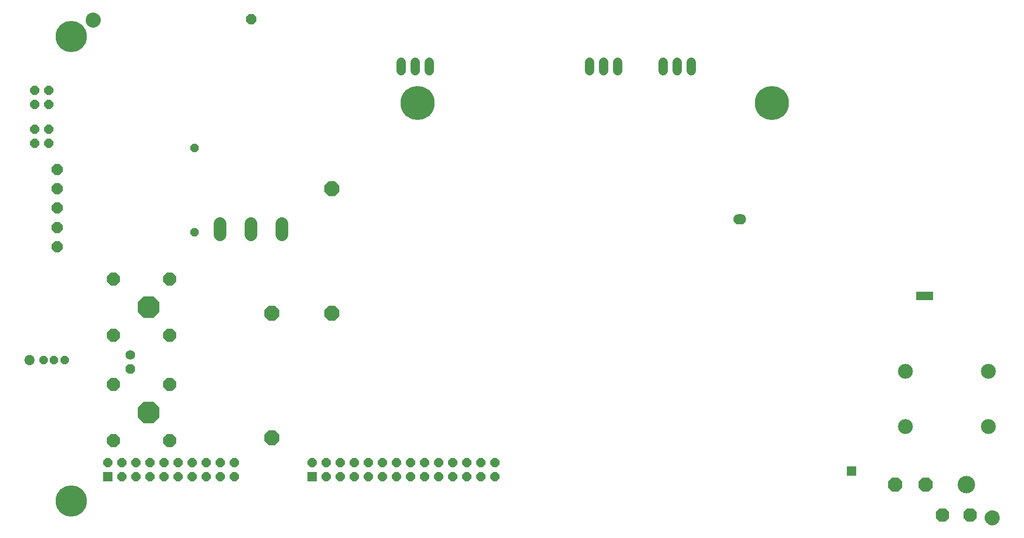
<source format=gbs>
G75*
%MOIN*%
%OFA0B0*%
%FSLAX25Y25*%
%IPPOS*%
%LPD*%
%AMOC8*
5,1,8,0,0,1.08239X$1,22.5*
%
%ADD10R,0.12000X0.06000*%
%ADD11R,0.06500X0.06500*%
%ADD12C,0.06600*%
%ADD13OC8,0.07687*%
%ADD14OC8,0.09200*%
%ADD15OC8,0.15600*%
%ADD16C,0.13198*%
%ADD17OC8,0.06506*%
%ADD18C,0.08850*%
%ADD19OC8,0.05915*%
%ADD20C,0.07293*%
%ADD21OC8,0.06000*%
%ADD22OC8,0.10600*%
%ADD23R,0.06506X0.06506*%
%ADD24OC8,0.10293*%
%ADD25C,0.12411*%
%ADD26C,0.00500*%
%ADD27OC8,0.06900*%
%ADD28C,0.06900*%
%ADD29OC8,0.09655*%
%ADD30C,0.10600*%
%ADD31OC8,0.07096*%
%ADD32C,0.24222*%
%ADD33C,0.00100*%
%ADD34C,0.22254*%
D10*
X0737314Y0243612D03*
D11*
X0685314Y0119112D03*
D12*
X0571314Y0403862D02*
X0571314Y0409862D01*
X0561314Y0409862D02*
X0561314Y0403862D01*
X0551314Y0403862D02*
X0551314Y0409862D01*
X0518814Y0409862D02*
X0518814Y0403862D01*
X0508814Y0403862D02*
X0508814Y0409862D01*
X0498814Y0409862D02*
X0498814Y0403862D01*
X0384814Y0403862D02*
X0384814Y0409862D01*
X0374814Y0409862D02*
X0374814Y0403862D01*
X0364814Y0403862D02*
X0364814Y0409862D01*
D13*
X0120278Y0333736D03*
X0120278Y0319957D03*
X0120278Y0306177D03*
X0120278Y0292398D03*
X0120278Y0278618D03*
D14*
X0160199Y0255508D03*
X0200199Y0255508D03*
X0200199Y0215508D03*
X0160199Y0215508D03*
X0160199Y0180508D03*
X0200199Y0180508D03*
X0200199Y0140508D03*
X0160199Y0140508D03*
D15*
X0185239Y0160508D03*
X0185239Y0235508D03*
D16*
X0130121Y0097516D03*
X0130121Y0428224D03*
D17*
X0114255Y0389917D03*
X0104255Y0389917D03*
X0104255Y0379917D03*
X0114255Y0379917D03*
X0114255Y0362358D03*
X0104255Y0362358D03*
X0104255Y0352358D03*
X0114255Y0352358D03*
X0156262Y0125075D03*
X0166262Y0125075D03*
X0176262Y0125075D03*
X0186262Y0125075D03*
X0196262Y0125075D03*
X0196262Y0115075D03*
X0186262Y0115075D03*
X0176262Y0115075D03*
X0166262Y0115075D03*
X0206262Y0115075D03*
X0216262Y0115075D03*
X0226262Y0115075D03*
X0236262Y0115075D03*
X0246262Y0115075D03*
X0246262Y0125075D03*
X0236262Y0125075D03*
X0226262Y0125075D03*
X0216262Y0125075D03*
X0206262Y0125075D03*
X0301459Y0125075D03*
X0311459Y0125075D03*
X0311459Y0115075D03*
X0321459Y0115075D03*
X0331459Y0115075D03*
X0341459Y0115075D03*
X0351459Y0115075D03*
X0361459Y0115075D03*
X0361459Y0125075D03*
X0351459Y0125075D03*
X0341459Y0125075D03*
X0331459Y0125075D03*
X0321459Y0125075D03*
X0371459Y0125075D03*
X0381459Y0125075D03*
X0391459Y0125075D03*
X0401459Y0125075D03*
X0411459Y0125075D03*
X0411459Y0115075D03*
X0401459Y0115075D03*
X0391459Y0115075D03*
X0381459Y0115075D03*
X0371459Y0115075D03*
X0421459Y0115075D03*
X0431459Y0115075D03*
X0431459Y0125075D03*
X0421459Y0125075D03*
D18*
X0280064Y0287237D02*
X0280064Y0295487D01*
X0258064Y0295487D02*
X0258064Y0287237D01*
X0236064Y0287237D02*
X0236064Y0295487D01*
D19*
X0125593Y0197909D03*
X0118093Y0197909D03*
X0110593Y0197909D03*
D20*
X0100593Y0197909D03*
D21*
X0217814Y0288862D03*
X0217814Y0348862D03*
D22*
X0315564Y0319904D03*
X0315564Y0231321D03*
X0272814Y0231404D03*
X0272814Y0142821D03*
D23*
X0301459Y0115075D03*
X0156262Y0115075D03*
D24*
X0716388Y0109327D03*
X0738042Y0109327D03*
D25*
X0766782Y0109327D03*
D26*
X0782104Y0089535D02*
X0782818Y0090035D01*
X0783607Y0090403D01*
X0784449Y0090629D01*
X0785318Y0090705D01*
X0786186Y0090629D01*
X0787028Y0090403D01*
X0787818Y0090035D01*
X0788532Y0089535D01*
X0789148Y0088919D01*
X0789648Y0088205D01*
X0790016Y0087415D01*
X0790242Y0086573D01*
X0790318Y0085705D01*
X0790242Y0084836D01*
X0790016Y0083995D01*
X0789648Y0083205D01*
X0789148Y0082491D01*
X0788532Y0081875D01*
X0787818Y0081375D01*
X0787028Y0081006D01*
X0786186Y0080781D01*
X0785318Y0080705D01*
X0784449Y0080781D01*
X0783607Y0081006D01*
X0782818Y0081375D01*
X0782104Y0081875D01*
X0781487Y0082491D01*
X0780987Y0083205D01*
X0780619Y0083995D01*
X0780394Y0084836D01*
X0780394Y0084835D02*
X0790241Y0084835D01*
X0790285Y0085334D02*
X0780350Y0085334D01*
X0780318Y0085705D02*
X0780394Y0086573D01*
X0780619Y0087415D01*
X0780987Y0088205D01*
X0781487Y0088919D01*
X0782104Y0089535D01*
X0781891Y0089322D02*
X0788744Y0089322D01*
X0789214Y0088823D02*
X0781421Y0088823D01*
X0781072Y0088325D02*
X0789563Y0088325D01*
X0789824Y0087826D02*
X0780811Y0087826D01*
X0780596Y0087328D02*
X0790039Y0087328D01*
X0790173Y0086829D02*
X0780462Y0086829D01*
X0780372Y0086331D02*
X0790263Y0086331D01*
X0790306Y0085832D02*
X0780329Y0085832D01*
X0780318Y0085705D02*
X0780394Y0084836D01*
X0780527Y0084337D02*
X0790108Y0084337D01*
X0789943Y0083838D02*
X0780692Y0083838D01*
X0780924Y0083340D02*
X0789711Y0083340D01*
X0789393Y0082841D02*
X0781242Y0082841D01*
X0781635Y0082343D02*
X0789000Y0082343D01*
X0788488Y0081844D02*
X0782147Y0081844D01*
X0782879Y0081346D02*
X0787756Y0081346D01*
X0786435Y0080847D02*
X0784201Y0080847D01*
X0782511Y0089821D02*
X0788124Y0089821D01*
X0787208Y0090319D02*
X0783427Y0090319D01*
X0150199Y0437535D02*
X0149699Y0436821D01*
X0149083Y0436205D01*
X0148369Y0435705D01*
X0147579Y0435337D01*
X0146737Y0435111D01*
X0145869Y0435035D01*
X0145001Y0435111D01*
X0144159Y0435337D01*
X0143369Y0435705D01*
X0142655Y0436205D01*
X0142039Y0436821D01*
X0141539Y0437535D01*
X0141170Y0438325D01*
X0140945Y0439167D01*
X0140869Y0440035D01*
X0140945Y0440904D01*
X0141170Y0441746D01*
X0141539Y0442535D01*
X0142039Y0443249D01*
X0142655Y0443866D01*
X0143369Y0444366D01*
X0144159Y0444734D01*
X0145001Y0444959D01*
X0145869Y0445035D01*
X0146737Y0444959D01*
X0147579Y0444734D01*
X0148369Y0444366D01*
X0149083Y0443866D01*
X0149699Y0443249D01*
X0150199Y0442535D01*
X0150567Y0441746D01*
X0150793Y0440904D01*
X0150869Y0440035D01*
X0150793Y0439167D01*
X0150567Y0438325D01*
X0150199Y0437535D01*
X0150314Y0437781D02*
X0141424Y0437781D01*
X0141191Y0438280D02*
X0150546Y0438280D01*
X0150689Y0438778D02*
X0141049Y0438778D01*
X0140935Y0439277D02*
X0150802Y0439277D01*
X0150846Y0439775D02*
X0140892Y0439775D01*
X0140890Y0440274D02*
X0150848Y0440274D01*
X0150804Y0440772D02*
X0140933Y0440772D01*
X0141043Y0441271D02*
X0150694Y0441271D01*
X0150556Y0441770D02*
X0141181Y0441770D01*
X0141414Y0442268D02*
X0150324Y0442268D01*
X0150037Y0442767D02*
X0141700Y0442767D01*
X0142054Y0443265D02*
X0149683Y0443265D01*
X0149185Y0443764D02*
X0142553Y0443764D01*
X0143221Y0444262D02*
X0148517Y0444262D01*
X0147479Y0444761D02*
X0144258Y0444761D01*
X0141715Y0437283D02*
X0150022Y0437283D01*
X0149662Y0436784D02*
X0142076Y0436784D01*
X0142574Y0436286D02*
X0149163Y0436286D01*
X0148486Y0435787D02*
X0143252Y0435787D01*
X0144338Y0435289D02*
X0147399Y0435289D01*
D27*
X0172314Y0191612D03*
D28*
X0172314Y0201612D03*
D29*
X0749885Y0087673D03*
X0769570Y0087673D03*
D30*
X0782591Y0150677D03*
X0723536Y0150677D03*
X0723536Y0190047D03*
X0782591Y0190047D03*
D31*
X0258314Y0440612D03*
D32*
X0376475Y0380864D03*
X0628444Y0380864D03*
D33*
X0606996Y0301795D02*
X0607653Y0301596D01*
X0608258Y0301272D01*
X0608789Y0300837D01*
X0609224Y0300307D01*
X0609547Y0299702D01*
X0609746Y0299045D01*
X0609814Y0298362D01*
X0609746Y0297679D01*
X0609547Y0297023D01*
X0609224Y0296418D01*
X0608789Y0295887D01*
X0608258Y0295452D01*
X0607653Y0295129D01*
X0606996Y0294929D01*
X0606314Y0294862D01*
X0605564Y0294862D01*
X0605564Y0301862D01*
X0606314Y0301862D01*
X0606996Y0301795D01*
X0607149Y0301749D02*
X0605564Y0301749D01*
X0603978Y0301749D01*
X0604131Y0301795D02*
X0604814Y0301862D01*
X0605564Y0301862D01*
X0605564Y0294862D01*
X0604814Y0294862D01*
X0604131Y0294929D01*
X0603474Y0295129D01*
X0602869Y0295452D01*
X0602339Y0295887D01*
X0601904Y0296418D01*
X0601580Y0297023D01*
X0601381Y0297679D01*
X0601314Y0298362D01*
X0601381Y0299045D01*
X0601580Y0299702D01*
X0601904Y0300307D01*
X0602339Y0300837D01*
X0602869Y0301272D01*
X0603474Y0301596D01*
X0604131Y0301795D01*
X0603653Y0301650D02*
X0605564Y0301650D01*
X0607474Y0301650D01*
X0607736Y0301552D02*
X0605564Y0301552D01*
X0603392Y0301552D01*
X0603207Y0301453D02*
X0605564Y0301453D01*
X0607920Y0301453D01*
X0608104Y0301355D02*
X0605564Y0301355D01*
X0603023Y0301355D01*
X0602849Y0301256D02*
X0605564Y0301256D01*
X0608278Y0301256D01*
X0608398Y0301158D02*
X0605564Y0301158D01*
X0602729Y0301158D01*
X0602609Y0301059D02*
X0605564Y0301059D01*
X0608518Y0301059D01*
X0608638Y0300961D02*
X0605564Y0300961D01*
X0602489Y0300961D01*
X0602369Y0300862D02*
X0605564Y0300862D01*
X0608758Y0300862D01*
X0608849Y0300764D02*
X0605564Y0300764D01*
X0602278Y0300764D01*
X0602198Y0300665D02*
X0605564Y0300665D01*
X0608930Y0300665D01*
X0609011Y0300567D02*
X0605564Y0300567D01*
X0602117Y0300567D01*
X0602036Y0300468D02*
X0605564Y0300468D01*
X0609091Y0300468D01*
X0609172Y0300370D02*
X0605564Y0300370D01*
X0601955Y0300370D01*
X0601884Y0300271D02*
X0605564Y0300271D01*
X0609243Y0300271D01*
X0609296Y0300172D02*
X0605564Y0300172D01*
X0601832Y0300172D01*
X0601779Y0300074D02*
X0605564Y0300074D01*
X0609348Y0300074D01*
X0609401Y0299975D02*
X0605564Y0299975D01*
X0601726Y0299975D01*
X0601674Y0299877D02*
X0605564Y0299877D01*
X0609453Y0299877D01*
X0609506Y0299778D02*
X0605564Y0299778D01*
X0601621Y0299778D01*
X0601573Y0299680D02*
X0605564Y0299680D01*
X0609554Y0299680D01*
X0609584Y0299581D02*
X0605564Y0299581D01*
X0601544Y0299581D01*
X0601514Y0299483D02*
X0605564Y0299483D01*
X0609614Y0299483D01*
X0609643Y0299384D02*
X0605564Y0299384D01*
X0601484Y0299384D01*
X0601454Y0299286D02*
X0605564Y0299286D01*
X0609673Y0299286D01*
X0609703Y0299187D02*
X0605564Y0299187D01*
X0601424Y0299187D01*
X0601394Y0299089D02*
X0605564Y0299089D01*
X0609733Y0299089D01*
X0609752Y0298990D02*
X0605564Y0298990D01*
X0601376Y0298990D01*
X0601366Y0298892D02*
X0605564Y0298892D01*
X0609761Y0298892D01*
X0609771Y0298793D02*
X0605564Y0298793D01*
X0601356Y0298793D01*
X0601346Y0298695D02*
X0605564Y0298695D01*
X0609781Y0298695D01*
X0609791Y0298596D02*
X0605564Y0298596D01*
X0601337Y0298596D01*
X0601327Y0298498D02*
X0605564Y0298498D01*
X0609800Y0298498D01*
X0609810Y0298399D02*
X0605564Y0298399D01*
X0601317Y0298399D01*
X0601320Y0298301D02*
X0605564Y0298301D01*
X0609808Y0298301D01*
X0609798Y0298202D02*
X0605564Y0298202D01*
X0601329Y0298202D01*
X0601339Y0298104D02*
X0605564Y0298104D01*
X0609788Y0298104D01*
X0609778Y0298005D02*
X0605564Y0298005D01*
X0601349Y0298005D01*
X0601359Y0297907D02*
X0605564Y0297907D01*
X0609769Y0297907D01*
X0609759Y0297808D02*
X0605564Y0297808D01*
X0601368Y0297808D01*
X0601378Y0297710D02*
X0605564Y0297710D01*
X0609749Y0297710D01*
X0609726Y0297611D02*
X0605564Y0297611D01*
X0601402Y0297611D01*
X0601431Y0297513D02*
X0605564Y0297513D01*
X0609696Y0297513D01*
X0609666Y0297414D02*
X0605564Y0297414D01*
X0601461Y0297414D01*
X0601491Y0297316D02*
X0605564Y0297316D01*
X0609636Y0297316D01*
X0609606Y0297217D02*
X0605564Y0297217D01*
X0601521Y0297217D01*
X0601551Y0297119D02*
X0605564Y0297119D01*
X0609576Y0297119D01*
X0609546Y0297020D02*
X0605564Y0297020D01*
X0601582Y0297020D01*
X0601634Y0296922D02*
X0605564Y0296922D01*
X0609493Y0296922D01*
X0609440Y0296823D02*
X0605564Y0296823D01*
X0601687Y0296823D01*
X0601739Y0296725D02*
X0605564Y0296725D01*
X0609388Y0296725D01*
X0609335Y0296626D02*
X0605564Y0296626D01*
X0601792Y0296626D01*
X0601845Y0296528D02*
X0605564Y0296528D01*
X0609283Y0296528D01*
X0609230Y0296429D02*
X0605564Y0296429D01*
X0601897Y0296429D01*
X0601975Y0296331D02*
X0605564Y0296331D01*
X0609152Y0296331D01*
X0609071Y0296232D02*
X0605564Y0296232D01*
X0602056Y0296232D01*
X0602137Y0296134D02*
X0605564Y0296134D01*
X0608991Y0296134D01*
X0608910Y0296035D02*
X0605564Y0296035D01*
X0602218Y0296035D01*
X0602298Y0295936D02*
X0605564Y0295936D01*
X0608829Y0295936D01*
X0608728Y0295838D02*
X0605564Y0295838D01*
X0602399Y0295838D01*
X0602519Y0295739D02*
X0605564Y0295739D01*
X0608608Y0295739D01*
X0608488Y0295641D02*
X0605564Y0295641D01*
X0602639Y0295641D01*
X0602759Y0295542D02*
X0605564Y0295542D01*
X0608368Y0295542D01*
X0608243Y0295444D02*
X0605564Y0295444D01*
X0602884Y0295444D01*
X0603069Y0295345D02*
X0605564Y0295345D01*
X0608059Y0295345D01*
X0607874Y0295247D02*
X0605564Y0295247D01*
X0603253Y0295247D01*
X0603437Y0295148D02*
X0605564Y0295148D01*
X0607690Y0295148D01*
X0607393Y0295050D02*
X0605564Y0295050D01*
X0603734Y0295050D01*
X0604059Y0294951D02*
X0605564Y0294951D01*
X0607069Y0294951D01*
X0606466Y0301847D02*
X0605564Y0301847D01*
X0604661Y0301847D01*
D34*
X0130121Y0097516D03*
X0130121Y0428224D03*
M02*

</source>
